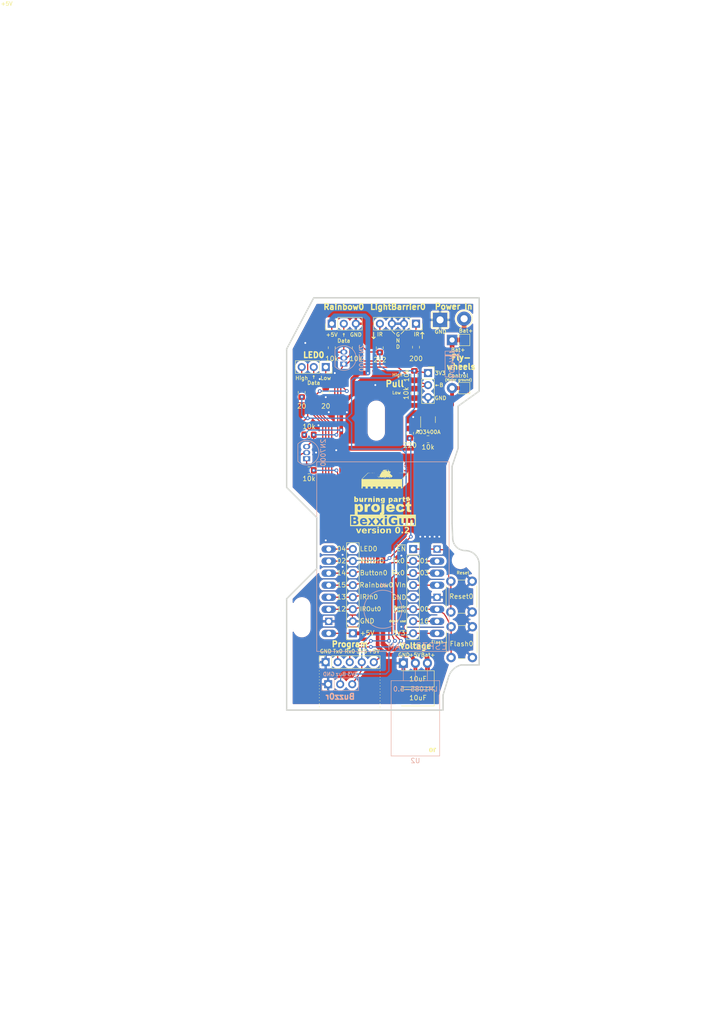
<source format=kicad_pcb>
(kicad_pcb (version 20221018) (generator pcbnew)
  (layers (0 "F.Cu" signal) (31 "B.Cu" signal) (34 "B.Paste" user) (35 "F.Paste" user) (36 "B.SilkS" user "B.Silkscreen") (37 "F.SilkS" user "F.Silkscreen") (38 "B.Mask" user) (39 "F.Mask" user) (44 "Edge.Cuts" user))
  (net 0 "")
  (net 1 "GND")
  (net 2 "3V3")
  (net 3 "+5V")
  (net 4 "LED0")
  (net 5 "U0Tx")
  (net 6 "U0Rx")
  (net 7 "Buzzor")
  (net 8 "~{EN}")
  (net 9 "DOut_3v3_0")
  (net 10 "Net-(Q0-D)")
  (net 11 "Net-(J2-Pin_4)")
  (net 12 "Net-(LED0-Pin_1)")
  (net 13 "Net-(LED0-Pin_3)")
  (net 14 "Bat+")
  (net 15 "GPIO_IROut_0")
  (net 16 "GPIO_IRIn_0")
  (net 17 "Net-(LightBarrier0-Pin_1)")
  (net 18 "Button0")
  (net 19 "Motor0")
  (net 20 "Net-(D2-A)")
  (net 21 "Net-(Q3-G)")
  (net 22 "unconnected-(J2-Pin_7-Pad7)")
  (net 23 "GPIO_IROut_3v3_0")
  (footprint "Resistor_SMD:R_0805_2012Metric_Pad1.20x1.40mm_HandSolder" (layer "F.Cu") (at 77.4352 72.12 90)
    (fp_text reference "R_IRIn_0" hide)
    (fp_text value "2k2")
  )
  (footprint "Resistor_SMD:R_0805_2012Metric_Pad1.20x1.40mm_HandSolder" (layer "F.Cu") (at 72.39 72.12 -90)
    (fp_text reference "R_Lvl_30" hide)
    (fp_text value "10k")
  )
  (footprint "Connector_PinSocket_2.54mm:PinSocket_1x03_P2.54mm_Vertical" (layer "F.Cu") (at 87.63 77.475)
    (fp_text reference "Button0" hide)
    (fp_text value "Conn_01x03_Socket")
  )
  (footprint "Resistor_SMD:R_0805_2012Metric_Pad1.20x1.40mm_HandSolder" (layer "F.Cu") (at 60.96 81.534 -90)
    (fp_text reference "R_Up_LED0" hide)
    (fp_text value "20")
  )
  (footprint "Capacitor_Tantalum_SMD:CP_EIA-6032-15_Kemet-U_Pad2.25x2.35mm_HandSolder" (layer "F.Cu") (at 85 142 180)
    (fp_text reference "C1" hide)
    (fp_text value "10uF")
  )
  (footprint "Button_Switch_THT:SW_PUSH_6mm_H4.3mm" (layer "F.Cu") (at 96.95 121.4 -90)
    (fp_text reference "Reset0")
    (fp_text value "SW_Push")
  )
  (footprint "TestPoint:TestPoint_THTPad_D3.0mm_Drill1.5mm" (layer "F.Cu") (at 95.25 66)
    (fp_text reference "TP_Bat+1" hide)
    (fp_text value "TestPoint" hide)
  )
  (footprint "Connector_PinSocket_2.54mm:PinSocket_1x03_P2.54mm_Vertical" (layer "F.Cu") (at 66.04 76.2 -90)
    (fp_text reference "LED0")
    (fp_text value "Conn_01x03_Socket" hide)
  )
  (footprint "Connector_PinSocket_2.54mm:PinSocket_1x08_P2.54mm_Vertical" (layer "F.Cu") (at 84.4804 114.6048)
    (fp_text reference "J2" hide)
    (fp_text value "Conn_01x08_Pin" hide)
  )
  (footprint "TestPoint:TestPoint_Pad_2.0x2.0mm" (layer "F.Cu") (at 95.25 80.645)
    (fp_text reference "Flywheels_Neg0" hide)
    (fp_text value "Conn_01x01" hide)
  )
  (footprint "Resistor_SMD:R_0805_2012Metric_Pad1.20x1.40mm_HandSolder" (layer "F.Cu") (at 84.75 78 -90)
    (fp_text reference "R_Up_But0" hide)
    (fp_text value "10k")
  )
  (footprint "Resistor_SMD:R_0805_2012Metric_Pad1.20x1.40mm_HandSolder" (layer "F.Cu") (at 62.5 90.5)
    (fp_text reference "R_Lvl_51" hide)
    (fp_text value "10k")
  )
  (footprint "TestPoint:TestPoint_Pad_2.0x2.0mm" (layer "F.Cu") (at 95.25 70.485)
    (fp_text reference "Flywheels_Pos0" hide)
    (fp_text value "Conn_01x01" hide)
  )
  (footprint "Connector_PinHeader_2.54mm:PinHeader_1x03_P2.54mm_Vertical" (layer "F.Cu") (at 67.31 67.056 90)
    (fp_text reference "Rainbow0")
    (fp_text value "Conn_01x03_Socket" hide)
  )
  (footprint "Resistor_SMD:R_0805_2012Metric_Pad1.20x1.40mm_HandSolder" (layer "F.Cu") (at 85.09 72.009 -90)
    (fp_text reference "R_IROut_0" hide)
    (fp_text value "200")
  )
  (footprint "Resistor_SMD:R_0805_2012Metric_Pad1.20x1.40mm_HandSolder" (layer "F.Cu") (at 62.5 98)
    (fp_text reference "R_Lvl_31" hide)
    (fp_text value "10k")
  )
  (footprint "MountingHole:MountingHole_3.2mm_M3" (layer "F.Cu") (at 94.5 117)
    (fp_text reference "H1" hide)
    (fp_text value "MountingHole" hide)
  )
  (footprint "PhilsLibs:MountingHole__Langloch_3.2mm_M3" (layer "F.Cu") (at 61 129)
    (fp_text reference "H2" hide)
    (fp_text value "MountingHole" hide)
  )
  (footprint "Resistor_SMD:R_0805_2012Metric_Pad1.20x1.40mm_HandSolder" (layer "F.Cu") (at 84.75 81.75 -90)
    (fp_text reference "R_Down_But0" hide)
    (fp_text value "10k")
  )
  (footprint "Package_TO_SOT_SMD:SOT-23" (layer "F.Cu") (at 87.63 87.2975 90)
    (fp_text reference "Q3" hide)
    (fp_text value "AO3400A")
  )
  (footprint "Connector_PinSocket_2.54mm:PinSocket_1x08_P2.54mm_Vertical" (layer "F.Cu") (at 71.755 132.3848 180)
    (fp_text reference "J1" hide)
    (fp_text value "Conn_01x08_Pin" hide)
  )
  (footprint "Resistor_SMD:R_0805_2012Metric_Pad1.20x1.40mm_HandSolder" (layer "F.Cu") (at 83.82 90.17 90)
    (fp_text reference "R_Filter_Motor0" hide)
    (fp_text value "220")
  )
  (footprint "Resistor_SMD:R_0805_2012Metric_Pad1.20x1.40mm_HandSolder" (layer "F.Cu") (at 67.31 72.12 -90)
    (fp_text reference "R_Lvl_50" hide)
    (fp_text value "10k")
  )
  (footprint "Resistor_SMD:R_0805_2012Metric_Pad1.20x1.40mm_HandSolder" (layer "F.Cu") (at 87.63 91.44)
    (fp_text reference "R_Down_Motor1" hide)
    (fp_text value "10k")
  )
  (footprint "Capacitor_Tantalum_SMD:CP_EIA-6032-15_Kemet-U_Pad2.25x2.35mm_HandSolder" (layer "F.Cu") (at 85 146 180)
    (fp_text reference "C2" hide)
    (fp_text value "10uF")
  )
  (footprint "Connector_PinSocket_2.54mm:PinSocket_1x04_P2.54mm_Vertical" (layer "F.Cu") (at 85.09 67.056 -90)
    (fp_text reference "LightBarrier0")
    (fp_text value "Conn_01x04_Socket" hide)
  )
  (footprint "PhilsLibs:BurningParts-Logo-Small" (layer "F.Cu") (at 78.105 100.965)
    (fp_text reference "G***" hide)
    (fp_text value "LOGO" hide)
  )
  (footprint "Button_Switch_THT:SW_PUSH_6mm_H4.3mm" (layer "F.Cu") (at 97 131 -90)
    (fp_text reference "Flash0")
    (fp_text value "SW_Push")
  )
  (footprint "Connector_PinSocket_2.54mm:PinSocket_1x05_P2.54mm_Vertical" (layer "F.Cu") (at 66.02 138.475 90)
    (fp_text reference "J_Prog0" hide)
    (fp_text value "Conn_01x05_Socket" hide)
  )
  (footprint "Resistor_SMD:R_0805_2012Metric_Pad1.20x1.40mm_HandSolder" (layer "F.Cu") (at 66.04 81.534 -90)
    (fp_text reference "R_Down_LED0" hide)
    (fp_text value "20")
  )
  (footprint "TestPoint:TestPoint_THTPad_3.0x3.0mm_Drill1.5mm" (layer "F.Cu") (at 90.17 66.25)
    (fp_text reference "TP_Bat-1" hide)
    (fp_text value "TestPoint" hide)
  )
  (footprint "PhilsLibs:MountingHole__Langloch_3.2mm_M3" (layer "F.Cu") (at 76.708 87.5)
    (fp_text reference "H3" hide)
    (fp_text value "MountingHole" hide)
  )
  (footprint "Package_TO_SOT_THT:TO-92_Inline" (layer "B.Cu") (at 62 95.54 90)
    (fp_text reference "Q2" hide)
    (fp_text value "2N7000")
  )
  (footprint "Diode_THT:D_DO-41_SOD81_P10.16mm_Horizontal" (layer "B.Cu") (at 92.71 70.485 -90)
    (fp_text reference "D2" hide)
    (fp_text value "1N4004")
  )
  (footprint "Package_TO_SOT_THT:TO-220-3_Horizontal_TabDown" (layer "B.Cu") (at 82.423 138.684)
    (fp_text reference "U2")
    (fp_text value "LM1085-5.0")
  )
  (footprint "Package_TO_SOT_THT:TO-92_Inline" (layer "B.Cu") (at 69.85 75.565 90)
    (fp_text reference "Q0" hide)
    (fp_text value "2N7000")
  )
  (footprint "PhilsLibs:ESP32-CAM" (layer "B.Cu") (at 78.105 122.2375 180)
    (fp_text reference "U1")
    (fp_text value "ESP32-CAM")
  )
  (footprint "Connector_PinSocket_2.54mm:PinSocket_1x03_P2.54mm_Vertical" (layer "B.Cu") (at 66.548 143.129 -90)
    (fp_text reference "J_Buzzor_0" hide)
    (fp_text value "Conn_01x03_Socket" hide)
  )
  (gr_line (start 77.51 148.565) (end 77.51 137.145) (stroke (width 0.15) (type dot)) (layer "F.SilkS"))
  (gr_line (start 81.915 69.215) (end 82.55 68.58) (stroke (width 0.15)) (layer "F.SilkS"))
  (gr_line (start 64.69 137.145) (end 64.69 148.565) (stroke (width 0.15) (type dot)) (layer "F.SilkS"))
  (gr_line (start 80.01 68.58) (end 80.645 69.215) (stroke (width 0.15)) (layer "F.SilkS"))
  (gr_line (start 98.425 139.065) (end 98.425 122.555) (stroke (width 0.3)) (layer "Edge.Cuts"))
  (gr_line (start 64.135 118.745) (end 57.785 125.1) (stroke (width 0.3)) (layer "Edge.Cuts"))
  (gr_line (start 93.98 84.455) (end 98.425 81.28) (stroke (width 0.3)) (layer "Edge.Cuts"))
  (gr_arc (start 95.504 114.935) (mid 97.569458 115.790541) (end 98.425 117.856) (stroke (width 0.3)) (layer "Edge.Cuts"))
  (gr_line (start 92.837 112.268) (end 92.71 109.22) (stroke (width 0.3)) (layer "Edge.Cuts"))
  (gr_line (start 93.98 93.345) (end 93.98 84.455) (stroke (width 0.3)) (layer "Edge.Cuts"))
  (gr_line (start 98.425 81.28) (end 98.425 61.595) (stroke (width 0.3)) (layer "Edge.Cuts"))
  (gr_line (start 63.5 61.595) (end 57.785 72.39) (stroke (width 0.3)) (layer "Edge.Cuts"))
  (gr_line (start 91.92381 141.732) (end 90.805 145.415) (stroke (width 0.3)) (layer "Edge.Cuts"))
  (gr_line (start 57.785 72.39) (end 57.785 81.28) (stroke (width 0.3)) (layer "Edge.Cuts"))
  (gr_line (start 95.885 139.065) (end 94.59081 139.065) (stroke (width 0.3)) (layer "Edge.Cuts"))
  (gr_line (start 98.425 61.595) (end 63.5 61.595) (stroke (width 0.3)) (layer "Edge.Cuts"))
  (gr_line (start 92.71 109.22) (end 92.71 106.68) (stroke (width 0.3)) (layer "Edge.Cuts"))
  (gr_line (start 92.71 99.695) (end 92.71 106.68) (stroke (width 0.3)) (layer "Edge.Cuts"))
  (gr_line (start 92.71 99.695) (end 92.71 97.155) (stroke (width 0.3)) (layer "Edge.Cuts"))
  (gr_line (start 95.885 139.065) (end 98.425 139.065) (stroke (width 0.3)) (layer "Edge.Cuts"))
  (gr_line (start 57.785 101.6) (end 64.135 107.95) (stroke (width 0.3)) (layer "Edge.Cuts"))
  (gr_line (start 98.425 122.555) (end 98.425 117.856) (stroke (width 0.3)) (layer "Edge.Cuts"))
  (gr_line (start 90.805 146.05) (end 90.805 148.59) (stroke (width 0.3)) (layer "Edge.Cuts"))
  (gr_arc (start 91.92381 141.732) (mid 92.9 140.04119) (end 94.59081 139.065) (stroke (width 0.3)) (layer "Edge.Cuts"))
  (gr_line (start 64.135 107.95) (end 64.135 118.745) (stroke (width 0.3)) (layer "Edge.Cuts"))
  (gr_arc (start 95.504 114.935) (mid 93.618147 114.153854) (end 92.837 112.268) (stroke (width 0.3)) (layer "Edge.Cuts"))
  (gr_line (start 90.805 145.415) (end 90.805 146.05) (stroke (width 0.3)) (layer "Edge.Cuts"))
  (gr_line (start 57.785 148.59) (end 90.805 148.59) (stroke (width 0.3)) (layer "Edge.Cuts"))
  (gr_line (start 57.785 125.1) (end 57.785 148.59) (stroke (width 0.3)) (layer "Edge.Cuts"))
  (gr_line (start 92.71 97.155) (end 93.98 93.345) (stroke (width 0.3)) (layer "Edge.Cuts"))
  (gr_line (start 57.785 81.28) (end 57.785 101.6) (stroke (width 0.3)) (layer "Edge.Cuts"))
  (gr_text "Buz" (at 69.215 141.478) (layer "B.SilkS") (effects (font (size 0.8 0.8)) (justify bottom mirror)))
  (gr_text "GND" (at 66.675 141.478) (layer "B.SilkS") (effects (font (size 0.8 0.8)) (justify bottom mirror)))
  (gr_text "3V3" (at 71.755 141.478) (layer "B.SilkS") (effects (font (size 0.8 0.8)) (justify bottom mirror)))
  (gr_text "Buzz0r" (at 69.088 145.034) (layer "B.SilkS") (effects (font (size 1.2 1.2) (thickness 0.3) bold) (justify top mirror)))
  (gr_text "Motor0" (at 73.152 117.094) (layer "F.SilkS") (effects (font (size 1 1)) (justify left)))
  (gr_text "GND" (at 83.1504 124.7948) (layer "F.SilkS") (effects (font (size 1 1)) (justify right)))
  (gr_text "GND" (at 88.96 82.75) (layer "F.SilkS") (effects (font (size 0.8 0.8)) (justify left)))
  (gr_text "Low" (at 80 82) (layer "F.SilkS") (effects (font (size 0.65 0.65) (thickness 0.125) bold) (justify left bottom)))
  (gr_text "+5V" (at 0 0) (layer "F.SilkS") (effects (font (size 0.8 0.8)) (justify right bottom)))
  (gr_text "~{EN}" (at 83.058 114.554) (layer "F.SilkS") (effects (font (size 1 1)) (justify right)))
  (gr_text "Flash→" (at 91.8 134.25) (layer "F.SilkS") (effects (font (size 0.65 0.65) (thickness 0.125) bold) (justify right)))
  (gr_text "16" (at 86.868 129.794) (layer "F.SilkS") (effects (font (size 1 1))))
  (gr_text "Tx0" (at 82.804 117.094) (layer "F.SilkS") (effects (font (size 1 1)) (justify right)))
  (gr_text "↓" (at 76.14 68.386) (layer "F.SilkS") (effects (font (size 1.75 1.75) (thickness 0.2) bold) (justify top)))
  (gr_text "↑\nData" (at 63.5 80.01) (layer "F.SilkS") (effects (font (size 0.8 0.8)) (justify bottom)))
  (gr_text "GND" (at 90.25 69.215) (layer "F.SilkS") (effects (font (size 0.8 0.8)) (justify bottom)))
  (gr_text "G\nN\nD" (at 81.28 72.39) (layer "F.SilkS") (effects (font (size 0.8 0.8)) (justify bottom)))
  (gr_text "↑" (at 86.42 68.386) (layer "F.SilkS") (effects (font (size 1.75 1.75) (thickness 0.2) bold) (justify top)))
  (gr_text "IRIn0" (at 73.152 124.714) (layer "F.SilkS") (effects (font (size 1 1)) (justify left)))
  (gr_text "Tx0" (at 68.58 136.652) (layer "F.SilkS") (effects (font (size 0.8 0.8)) (justify bottom)))
  (gr_text "Button0" (at 73.152 119.634) (layer "F.SilkS") (effects (font (size 1 1)) (justify left)))
  (gr_text "04" (at 69.342 114.554) (layer "F.SilkS") (effects (font (size 1 1))))
  (gr_text "15" (at 69.342 122.174) (layer "F.SilkS") (effects (font (size 1 1))))
  (gr_text "GND" (at 72.39 69.85) (layer "F.SilkS") (effects (font (size 0.8 0.8)) (justify bottom)))
  (gr_text "14" (at 69.342 119.634) (layer "F.SilkS") (effects (font (size 1 1))))
  (gr_text "3V3" (at 89 77.475) (layer "F.SilkS") (effects (font (size 0.8 0.8)) (justify left)))
  (gr_text "Control" (at 93.98 78.486) (layer "F.SilkS") (effects (font (size 0.8 0.8)) (justify bottom)))
  (gr_text "Bat+" (at 87.63 137.414) (layer "F.SilkS") (effects (font (size 0.8 0.8)) (justify bottom)))
  (gr_text "LED0" (at 73.152 114.554) (layer "F.SilkS") (effects (font (size 1 1)) (justify left)))
  (gr_text "01" (at 86.868 117.094) (layer "F.SilkS") (effects (font (size 1 1))))
  (gr_text "VIn" (at 83.058 122.174) (layer "F.SilkS") (effects (font (size 1 1)) (justify right)))
  (gr_text "←B" (at 88.96 80) (layer "F.SilkS") (effects (font (size 0.8 0.8)) (justify left)))
  (gr_text "Rx0" (at 71.12 136.652) (layer "F.SilkS") (effects (font (size 0.8 0.8)) (justify bottom)))
  (gr_text "GND" (at 66.04 136.652) (layer "F.SilkS") (effects (font (size 0.8 0.8)) (justify bottom)))
  (gr_text "GND" (at 73.152 129.794) (layer "F.SilkS") (effects (font (size 1 1)) (justify left)))
  (gr_text "00" (at 86.868 127.254) (layer "F.SilkS") (effects (font (size 1 1))))
  (gr_text "Voltage" (at 85 135.75) (layer "F.SilkS") (effects (font (size 1.2 1.2) (thickness 0.3) bold) (justify bottom)))
  (gr_text "Program" (at 71.12 135.382) (layer "F.SilkS") (effects (font (size 1.2 1.2) (thickness 0.3) bold) (justify bottom)))
  (gr_text "12" (at 69.342 127.254) (layer "F.SilkS") (effects (font (size 1 1))))
  (gr_text "Bat+" (at 94.05 69) (layer "F.SilkS") (effects (font (size 0.8 0.8)) (justify left bottom)))
  (gr_text "+5V" (at 73.152 132.334) (layer "F.SilkS") (effects (font (size 1 1)) (justify left)))
  (gr_text "don't use" (at 83.058 129.794) (layer "F.SilkS") (effects (font (size 0.5 0.5) (thickness 0.125)) (justify right)))
  (gr_text "Fly-\nwheels" (at 94.615 76.835) (layer "F.SilkS") (effects (font (size 1.2 1.2) (thickness 0.3) bold) (justify bottom)))
  (gr_text "+5V" (at 67.31 69.85) (layer "F.SilkS") (effects (font (size 0.8 0.8)) (justify bottom)))
  (gr_text "+5V" (at 84.836 137.414) (layer "F.SilkS") (effects (font (size 0.8 0.8)) (justify bottom)))
  (gr_text "or" (at 87.63 157.48) (layer "F.SilkS") (effects (font (size 1 1) (thickness 0.25) bold) (justify left bottom)))
  (gr_text "GND" (at 82.55 137.414) (layer "F.SilkS") (effects (font (size 0.8 0.8)) (justify bottom)))
  (gr_text "Low" (at 66.04 78.994) (layer "F.SilkS") (effects (font (size 0.8 0.8)) (justify bottom)))
  (gr_text "IROut0" (at 73.152 127.254) (layer "F.SilkS") (effects (font (size 0.9 0.9)) (justify left)))
  (gr_text "(Motor ground)" (at 94.05 79.191) (layer "F.SilkS") (effects (font (size 0.5 0.5) (thickness 0.125)) (justify bottom)))
  (gr_text "Rainbow0" (at 73.085 122.1948) (layer "F.SilkS") (effects (font (size 1 1)) (justify left)))
  (gr_text "Bat+" (at 93.98 73.025) (layer "F.SilkS") (effects (font (size 0.8 0.8)) (justify bottom)))
  (gr_text "Rx0" (at 82.804 119.634) (layer "F.SilkS") (effects (font (size 1 1)) (justify right)))
  (gr_text "BexxiGun" (at 78.105 109.855) (layer "F.SilkS" knockout) (effects (font (size 1.87 1.87) (thickness 0.3) bold) (justify bottom)))
  (gr_text "version 0.2\n" (at 78.1 109.982) (layer "F.SilkS") (effects (font (size 1.3 1.3) (thickness 0.15) bold) (justify top)))
  (gr_text "03" (at 86.868 119.634) (layer "F.SilkS") (effects (font (size 1 1))))
  (gr_text "IR" (at 85.217 68.834) (layer "F.SilkS") (effects (font (size 0.8 0.8)) (justify top)))
  (gr_text "3V3" (at 73.66 136.652) (layer "F.SilkS") (effects (font (size 0.8 0.8)) (justify bottom)))
  (gr_text "02" (at 69.342 117.094) (layer "F.SilkS") (effects (font (size 1 1))))
  (gr_text "High" (at 80 78.25) (layer "F.SilkS") (effects (font (size 0.65 0.65) (thickness 0.125) bold) (justify left bottom)))
  (gr_text "High" (at 60.96 78.994) (layer "F.SilkS") (effects (font (size 0.8 0.8)) (justify bottom)))
  (gr_text "13" (at 69.342 124.714) (layer "F.SilkS") (effects (font (size 1 1))))
  (gr_text "Pull" (at 78.5 80.5) (layer "F.SilkS") (effects (font (size 1.3 1.3) (thickness 0.3) bold) (justify left bottom)))
  (gr_text "Reset" (at 95 120) (layer "F.SilkS") (effects (font (size 0.65 0.65) (thickness 0.125) bold) (justify bottom)))
  (gr_text "IR" (at 77.47 68.834) (layer "F.SilkS") (effects (font (size 0.8 0.8)) (justify top)))
  (gr_text "3V3" (at 82.931 132.334) (layer "F.SilkS") (effects (font (size 1 1)) (justify right)))
  (gr_text "Power In" (at 88.9 64.135) (layer "F.SilkS") (effects (font (size 1.2 1.2) (thickness 0.3) bold) (justify left bottom)))
  (gr_text "+5V" (at 76.2 136.652) (layer "F.SilkS") (effects (font (size 0.8 0.8)) (justify bottom)))
  (gr_text "↑\nData" (at 69.85 71.12) (layer "F.SilkS") (effects (font (size 0.8 0.8)) (justify bottom)))
  (gr_text "Buzz0r\n(Flash)" (at 83.058 127.254) (layer "F.SilkS") (effects (font (size 0.5 0.5) (thickness 0.125)) (justify right)))
  (segment (start 83.3 131.1) (end 90.9 131.1) (width 0.25) (layer "F.Cu") (net 0))
  (segment (start 83 128.5) (end 89.5 128.5) (width 0.25) (layer "F.Cu") (net 0))
  (segment (start 83.2 131.1) (end 90.9 131.1) (width 0.25) (layer "B.Cu") (net 0))
  (segment (start 69.596 118.364) (end 65.532 118.364) (width 0.25) (layer "F.Cu") (net 1))
  (segment (start 82.45 142) (end 82.45 146) (width 0.8) (layer "F.Cu") (net 1))
  (segment (start 69.215 111.125) (end 74.93 111.125) (width 0.25) (layer "F.Cu") (net 1))
  (segment (start 90 121) (end 91 121) (width 0.25) (layer "F.Cu") (net 1))
  (segment (start 75.565 111.76) (end 75.565 126.365) (width 0.25) (layer "F.Cu") (net 1))
  (segment (start 82.423 138.684) (end 82.45 146) (width 0.25) (layer "F.Cu") (net 1))
  (segment (start 69.596 118.364) (end 72.644 118.364) (width 0.25) (layer "F.Cu") (net 1))
  (segment (start 83.6 118.4) (end 91 118.4) (width 0.25) (layer "F.Cu") (net 1))
  (segment (start 69.596 128.524) (end 71.628 128.524) (width 0.25) (layer "F.Cu") (net 1))
  (segment (start 67.945 109.855) (end 67.95 98.85) (width 0.25) (layer "F.Cu") (net 1))
  (segment (start 86.868 124.770799) (end 84.4804 124.7648) (width 0.25) (layer "F.Cu") (net 1))
  (segment (start 91.2 115.9) (end 83.5 115.9) (width 0.25) (layer "F.Cu") (net 1))
  (segment (start 69.596 123.444) (end 72.644 123.444) (width 0.25) (layer "F.Cu") (net 1))
  (segment (start 83 121) (end 90 121) (width 0.25) (layer "F.Cu") (net 1))
  (segment (start 73.025 126.365) (end 72.644 125.984) (width 0.25) (layer "F.Cu") (net 1))
  (segment (start 84.75 82.75) (end 87.63 82.555) (width 0.25) (layer "F.Cu") (net 1))
  (segment (start 66.04 82.534) (end 66.04 82.55) (width 0.25) (layer "F.Cu") (net 1))
  (segment (start 66.675 129.8575) (end 71.755 129.8448) (width 0.25) (layer "F.Cu") (net 1))
  (segment (start 89.535 124.7775) (end 86.868 124.770799) (width 0.25) (layer "F.Cu") (net 1))
  (segment (start 69.596 131.064) (end 73.152 131.064) (width 0.25) (layer "F.Cu") (net 1))
  (segment (start 64.516 123.444) (end 69.596 123.444) (width 0.25) (layer "F.Cu") (net 1))
  (segment (start 71.755 129.8448) (end 71.628 128.524) (width 0.25) (layer "F.Cu") (net 1))
  (segment (start 67.945 109.855) (end 69.215 111.125) (width 0.25) (layer "F.Cu") (net 1))
  (segment (start 71.628 128.524) (end 72.644 128.524) (width 0.25) (layer "F.Cu") (net 1))
  (segment (start 65.532 115.824) (end 72.644 115.824) (width 0.25) (layer "F.Cu") (net 1))
  (segment (start 64.516 131.064) (end 69.596 131.064) (width 0.25) (layer "F.Cu") (net 1))
  (segment (start 83.3 126) (end 90.9 126) (width 0.25) (layer "F.Cu") (net 1))
  (segment (start 75.565 126.365) (end 73.025 126.365) (width 0.25) (layer "F.Cu") (net 1))
  (segment (start 83.82 123.444) (end 83.312 123.444) (width 0.25) (layer "F.Cu") (net 1))
  (segment (start 64.516 128.524) (end 69.596 128.524) (width 0.25) (layer "F.Cu") (net 1))
  (segment (start 82.423 138.684) (end 82.45 142) (width 0.8) (layer "F.Cu") (net 1))
  (segment (start 64.516 120.904) (end 72.644 120.904) (width 0.25) (layer "F.Cu") (net 1))
  (segment (start 86.868 123.444) (end 83.82 123.444) (width 0.25) (layer "F.Cu") (net 1))
  (segment (start 72.644 125.984) (end 64.516 125.984) (width 0.25) (layer "F.Cu") (net 1))
  (segment (start 74.93 111.125) (end 75.565 111.76) (width 0.25) (layer "F.Cu") (net 1))
  (via (at 61.722 71.12) (size 0.8) (drill 0.4) (layers "F.Cu" "B.Cu") (net 1))
  (via (at 66.675 85.725) (size 0.8) (drill 0.4) (layers "F.Cu" "B.Cu") (net 1))
  (via (at 66.04 112.776) (size 0.8) (drill 0.4) (layers "F.Cu" "B.Cu") (net 1))
  (via (at 88 112) (size 0.8) (drill 0.4) (layers "F.Cu" "B.Cu") (net 1))
  (via (at 82 116) (size 0.8) (drill 0.4) (layers "F.Cu" "B.Cu") (net 1))
  (via (at 70.5 85.725) (size 0.8) (drill 0.4) (layers "F.Cu" "B.Cu") (net 1))
  (via (at 64.77 78.74) (size 0.8) (drill 0.4) (layers "F.Cu" "B.Cu") (net 1))
  (via (at 68.25 93.75) (size 0.8) (drill 0.4) (layers "F.Cu" "B.Cu") (net 1))
  (via (at 89 112) (size 0.8) (drill 0.4) (layers "F.Cu" "B.Cu") (net 1))
  (via (at 69.596 115.824) (size 0.8) (drill 0.4) (layers "F.Cu" "B.Cu") (net 1))
  (via (at 64.5 88.5) (size 0.8) (drill 0.4) (layers "F.Cu" "B.Cu") (net 1))
  (via (at 90 112) (size 0.8) (drill 0.4) (layers "F.Cu" "B.Cu") (net 1))
  (via (at 85.598 89.662) (size 0.8) (drill 0.4) (layers "F.Cu" "B.Cu") (net 1))
  (via (at 87 112) (size 0.8) (drill 0.4) (layers "F.Cu" "B.Cu") (net 1))
  (via (at 76.5 80) (size 0.8) (drill 0.4) (layers "F.Cu" "B.Cu") (net 1))
  (via (at 66.04 82.55) (size 0.8) (drill 0.4) (layers "F.Cu" "B.Cu") (net 1))
  (via (at 64 94.25) (size 0.8) (drill 0.4) (layers "F.Cu" "B.Cu") (net 1))
  (via (at 67.945 77.47) (size 0.8) (drill 0.4) (layers "F.Cu" "B.Cu") (net 1))
  (via (at 84.5 86.75) (size 0.8) (drill 0.4) (layers "F.Cu" "B.Cu") (net 1))
  (via (at 69.596 118.364) (size 0.8) (drill 0.4) (layers "F.Cu" "B.Cu") (net 1))
  (via (at 95.25 77.47) (size 0.8) (drill 0.4) (layers "F.Cu" "B.Cu") (net 1))
  (via (at 86 112) (size 0.8) (drill 0.4) (layers "F.Cu" "B.Cu") (net 1))
  (via (at 82 131) (size 0.8) (drill 0.4) (layers "F.Cu" "B.Cu") (net 1))
  (segment (start 69.596 115.824) (end 65.532 115.824) (width 0.25) (layer "B.Cu") (net 1))
  (segment (start 69.596 128.524) (end 64.516 128.524) (width 0.25) (layer "B.Cu") (net 1))
  (segment (start 86.868 123.444) (end 83.312 123.444) (width 0.25) (layer "B.Cu") (net 1))
  (segment (start 83.5 126) (end 90.9 126) (width 0.25) (layer "B.Cu") (net 1))
  (segment (start 83.5 115.9) (end 91 115.9) (width 0.25) (layer "B.Cu") (net 1))
  (segment (start 66.04 82.55) (end 66.675 85.725) (width 0.25) (layer "B.Cu") (net 1))
  (segment (start 69.596 123.444) (end 64.516 123.444) (width 0.25) (layer "B.Cu") (net 1))
  (segment (start 66.04 120.904) (end 72.644 120.904) (width 0.25) (layer "B.Cu") (net 1))
  (segment (start 72.644 115.824) (end 69.596 115.824) (width 0.25) (layer "B.Cu") (net 1))
  (segment (start 69.596 125.984) (end 64.516 125.984) (width 0.25) (layer "B.Cu") (net 1))
  (segment (start 83.4 118.4) (end 91 118.4) (width 0.25) (layer "B.Cu") (net 1))
  (segment (start 66.04 120.904) (end 64.516 120.904) (width 0.25) (layer "B.Cu") (net 1))
  (segment (start 69.596 125.984) (end 72.644 125.984) (width 0.25) (layer "B.Cu") (net 1))
  (segment (start 65.532 118.364) (end 69.596 118.364) (width 0.25) (layer "B.Cu") (net 1))
  (segment (start 90 121) (end 91 121) (width 0.25) (layer "B.Cu") (net 1))
  (segment (start 72.644 118.364) (end 69.596 118.364) (width 0.25) (layer "B.Cu") (net 1))
  (segment (start 85 121) (end 90 121) (width 0.25) (layer "B.Cu") (net 1))
  (segment (start 69.596 131.064) (end 64.516 131.064) (width 0.25) (layer "B.Cu") (net 1))
  (segment (start 84 128.5) (end 83 128.5) (width 0.25) (layer "B.Cu") (net 1))
  (segment (start 66.675 85.725) (end 70.5 85.725) (width 0.25) (layer "B.Cu") (net 1))
  (segment (start 69.596 123.444) (end 72.644 123.444) (width 0.25) (layer "B.Cu") (net 1))
  (segment (start 85 121) (end 83 121) (width 0.25) (layer "B.Cu") (net 1))
  (segment (start 84 128.5) (end 89.5 128.5) (width 0.25) (layer "B.Cu") (net 1))
  (segment (start 73.66 71.755) (end 72.39 71.12) (width 0.25) (layer "F.Cu") (net 2))
  (segment (start 70.485 74.295) (end 71.12 73.66) (width 0.25) (layer "F.Cu") (net 2))
  (segment (start 71.12 73.66) (end 71.12 71.755) (width 0.25) (layer "F.Cu") (net 2))
  (segment (start 71.12 71.755) (end 72.39 71.12) (width 0.25) (layer "F.Cu") (net 2))
  (segment (start 61 94.5) (end 62 94.27) (width 0.25) (layer "F.Cu") (net 2))
  (segment (start 61.5 98) (end 60.5 97) (width 0.25) (layer "F.Cu") (net 2))
  (segment (start 62.23 74.93) (end 62.738 74.295) (width 0.25) (layer "F.Cu") (net 2))
  (segment (start 84.75 77) (end 85 77) (width 0.25) (layer "F.Cu") (net 2))
  (segment (start 62.23 74.93) (end 62.23 86.995) (width 0.25) (layer "F.Cu") (net 2))
  (segment (start 60.5 95) (end 60.5 88) (width 0.25) (layer "F.Cu") (net 2))
  (segment (start 69.85 74.295) (end 62.738 74.295) (width 0.25) (layer "F.Cu") (net 2))
  (segment (start 74.93 73.025) (end 73.66 71.755) (width 0.25) (layer "F.Cu") (net 2))
  (segment (start 73.65 140.15) (end 71.628 143.129) (width 0.25) (layer "F.Cu") (net 2))
  (segment (start 77.4352 73.12) (end 76.835 73.025) (width 0.25) (layer "F.Cu") (net 2))
  (segment (start 60.5 95) (end 61 94.5) (width 0.25) (layer "F.Cu") (net 2))
  (segment (start 60.5 97) (end 60.5 95) (width 0.25) (layer "F.Cu") (net 2))
  (segment (start 69.85 74.295) (end 70.485 74.295) (width 0.25) (layer "F.Cu") (net 2))
  (segment (start 84.75 77) (end 87.63 77.475) (width 0.25) (layer "F.Cu") (net 2))
  (segment (start 60.5 88) (end 62.23 86.995) (width 0.25) (layer "F.Cu") (net 2))
  (segment (start 76.835 73.025) (end 74.93 73.025) (width 0.25) (layer "F.Cu") (net 2))
  (segment (start 73.64 138.475) (end 73.65 140.15) (width 0.25) (layer "F.Cu") (net 2))
  (segment (start 89.535 132.3975) (end 84.4804 132.3848) (width 0.25) (layer "F.Cu") (net 2))
  (via (at 77.4352 73.12) (size 0.8) (drill 0.4) (layers "F.Cu" "B.Cu") (net 2))
  (via (at 61 82.5) (size 0.8) (drill 0.4) (layers "F.Cu" "B.Cu") (net 2))
  (via (at 62.23 86.995) (size 0.8) (drill 0.4) (layers "F.Cu" "B.Cu") (net 2))
  (via (at 84.75 77) (size 0.8) (drill 0.4) (layers "F.Cu" "B.Cu") (net 2))
  (segment (start 79 77) (end 82 77) (width 0.25) (layer "B.Cu") (net 2))
  (segment (start 77.5 76) (end 79 77) (width 0.25) (layer "B.Cu") (net 2))
  (segment (start 72 78.5) (end 79 78.5) (width 0.25) (layer "B.Cu") (net 2))
  (segment (start 77.47 75.692) (end 77.5 76) (width 0.25) (layer "B.Cu") (net 2))
  (segment (start 71.5 88) (end 71.5 93.5) (width 0.25) (layer "B.Cu") (net 2))
  (segment (start 83 111.5) (end 80.5 114) (width 0.25) (layer "B.Cu") (net 2))
  (segment (start 80.5 114) (end 80.5 132.715) (width 0.25) (layer "B.Cu") (net 2))
  (segment (start 80.5 132.715) (end 83.185 132.715) (width 0.25) (layer "B.Cu") (net 2))
  (segment (start 83 93) (end 83 94) (width 0.25) (layer "B.Cu") (net 2))
  (segment (start 71.5 93.5) (end 82 93.5) (width 0.25) (layer "B.Cu") (net 2))
  (segment (start 71.5 84) (end 71.5 82) (width 0.25) (layer "B.Cu") (net 2))
  (segment (start 71.5 82) (end 71.5 80) (width 0.25) (layer "B.Cu") (net 2))
  (segment (start 79 132.715) (end 80.5 132.715) (width 0.25) (layer "B.Cu") (net 2))
  (segment (start 77.47 75.692) (end 77.47 74.295) (width 0.25) (layer "B.Cu") (net 2))
  (segment (start 60.96 86.36) (end 61 82.5) (width 0.25) (layer "B.Cu") (net 2))
  (segment (start 82 77) (end 84.75 77) (width 0.25) (layer "B.Cu") (net 2))
  (segment (start 82 93.5) (end 83 94.5) (width 0.25) (layer "B.Cu") (net 2))
  (segment (start 83 86.75) (end 84.75 85) (width 0.25) (layer "B.Cu") (net 2))
  (segment (start 79 78.5) (end 80 78.5) (width 0.25) (layer "B.Cu") (net 2))
  (segment (start 83 94) (end 83 94.5) (width 0.25) (layer "B.Cu") (net 2))
  (segment (start 73.66 134.62) (end 75.565 132.715) (width 0.25) (layer "B.Cu") (net 2))
  (segment (start 71 86.5) (end 71.5 86) (width 0.25) (layer "B.Cu") (net 2))
  (segment (start 71.5 86) (end 71.5 84) (width 0.25) (layer "B.Cu") (net 2))
  (segment (start 83 94.5) (end 83 111.5) (width 0.25) (layer "B.Cu") (net 2))
  (segment (start 78.105 132.715) (end 79 132.715) (width 0.25) (layer "B.Cu") (net 2))
  (segment (start 61 82.5) (end 60.96 82.55) (width 0.25) (layer "B.Cu") (net 2))
  (segment (start 81 78) (end 82 77) (width 0.25) (layer "B.Cu") (net 2))
  (segment (start 62.23 86.995) (end 70.5 87) (width 0.25) (layer "B.Cu") (net 2))
  (segment (start 75.565 132.715) (end 78.105 132.715) (width 0.25) (layer "B.Cu") (net 2))
  (segment (start 70.5 87) (end 71.5 88) (width 0.25) (layer "B.Cu") (net 2))
  (segment (start 61.722 86.995) (end 60.96 86.36) (width 0.25) (layer "B.Cu") (net 2))
  (segment (start 71.5 79) (end 72 78.5) (width 0.25) (layer "B.Cu") (net 2))
  (segment (start 71.5 80) (end 71.5 79) (width 0.25) (layer "B.Cu") (net 2))
  (segment (start 80 78.5) (end 81 78) (width 0.25) (layer "B.Cu") (net 2))
  (segment (start 62.23 86.995) (end 61.722 86.995) (width 0.25) (layer "B.Cu") (net 2))
  (segment (start 83 93) (end 83 86.75) (width 0.25) (layer "B.Cu") (net 2))
  (segment (start 83.185 132.715) (end 84.4804 132.3848) (width 0.25) (layer "B.Cu") (net 2))
  (segment (start 84.75 77) (end 84.75 85) (width 0.25) (layer "B.Cu") (net 2))
  (segment (start 73.64 138.475) (end 73.66 134.62) (width 0.25) (layer "B.Cu") (net 2))
  (segment (start 82 93.5) (end 83 93) (width 0.25) (layer "B.Cu") (net 2))
  (segment (start 77.47 74.295) (end 77.4352 73.12) (width 0.25) (layer "B.Cu") (net 2))
  (segment (start 70.5 87) (end 71 86.5) (width 0.25) (layer "B.Cu") (net 2))
  (segment (start 86 146) (end 87.55 146) (width 0.8) (layer "F.Cu") (net 3))
  (segment (start 84.963 138.684) (end 85 145) (width 0.8) (layer "F.Cu") (net 3))
  (segment (start 66.675 132.3975) (end 71.755 132.3848) (width 0.25) (layer "F.Cu") (net 3))
  (segment (start 72.39 132.08) (end 71.755 132.3848) (width 0.25) (layer "F.Cu") (net 3))
  (segment (start 76.835 110.49) (end 76.2 109.728) (width 0.8) (layer "F.Cu") (net 3))
  (segment (start 78.9 136.9) (end 81.4 136.9) (width 0.8) (layer "F.Cu") (net 3))
  (segment (start 69.305 109.22) (end 69.305 90.5) (width 0.8) (layer "F.Cu") (net 3))
  (segment (start 84.074 136.906) (end 81.4 136.9) (width 0.8) (layer "F.Cu") (net 3))
  (segment (start 77.005 110.744) (end 76.835 110.49) (width 0.8) (layer "F.Cu") (net 3))
  (segment (start 69.305 89.5) (end 69.305 84.328) (width 0.8) (layer "F.Cu") (net 3))
  (segment (start 69.305 84.328) (end 71.755 81.915) (width 0.8) (layer "F.Cu") (net 3))
  (segment (start 77.005 132.3848) (end 77.005 110.744) (width 0.8) (layer "F.Cu") (net 3))
  (segment (start 71.755 132.3848) (end 77.005 132.3848) (width 0.8) (layer "F.Cu") (net 3))
  (segment (start 77.5 137.5) (end 78.9 136.9) (width 0.25) (layer "F.Cu") (net 3))
  (segment (start 77 135.2) (end 78.9 136.9) (width 0.8) (layer "F.Cu") (net 3))
  (segment (start 71.755 78.74) (end 71.755 81.915) (width 1) (layer "F.Cu") (net 3))
  (segment (start 84.074 136.906) (end 84.963 138.684) (width 0.8) (layer "F.Cu") (net 3))
  (segment (start 67.31 71.12) (end 67.31 67.056) (width 0.25) (layer "F.Cu") (net 3))
  (segment (start 77.005 134.62) (end 77 135.2) (width 0.8) (layer "F.Cu") (net 3))
  (segment (start 76.2 109.728) (end 69.596 109.728) (width 0.8) (layer "F.Cu") (net 3))
  (segment (start 76.18 138.475) (end 77.5 137.5) (width 0.25) (layer "F.Cu") (net 3))
  (segment (start 69.305 90.5) (end 69.305 89.5) (width 0.8) (layer "F.Cu") (net 3))
  (segment (start 73.025 77.47) (end 71.755 78.74) (width 1) (layer "F.Cu") (net 3))
  (segment (start 85 145) (end 86 146) (width 0.8) (layer "F.Cu") (net 3))
  (segment (start 69.596 109.728) (end 69.305 109.22) (width 0.8) (layer "F.Cu") (net 3))
  (segment (start 77.005 132.3848) (end 77.005 134.62) (width 0.8) (layer "F.Cu") (net 3))
  (segment (start 73.025 77.47) (end 74.93 77.47) (width 1) (layer "F.Cu") (net 3))
  (via (at 61.5 90.5) (size 0.8) (drill 0.4) (layers "F.Cu" "B.Cu") (net 3))
  (via (at 69.305 89.5) (size 0.8) (drill 0.4) (layers "F.Cu" "B.Cu") (net 3))
  (via (at 74.93 77.47) (size 0.8) (drill 0.4) (layers "F.Cu" "B.Cu") (net 3))
  (segment (start 74.93 66.04) (end 74.295 65.405) (width 1) (layer "B.Cu") (net 3))
  (segment (start 62.5 89.5) (end 69.305 89.5) (width 0.25) (layer "B.Cu") (net 3))
  (segment (start 74.295 65.405) (end 67.945 65.405) (width 1) (layer "B.Cu") (net 3))
  (segment (start 61.5 90.5) (end 62.5 89.5) (width 0.25) (layer "B.Cu") (net 3))
  (segment (start 67.945 65.405) (end 67.31 66.04) (width 1) (layer "B.Cu") (net 3))
  (segment (start 74.93 77.47) (end 74.93 66.04) (width 1) (layer "B.Cu") (net 3))
  (segment (start 67.31 66.04) (end 67.31 67.056) (width 1) (layer "B.Cu") (net 3))
  (segment (start 69.85 114.609563) (end 69.85 114.3) (width 0.25) (layer "F.Cu") (net 4))
  (segment (start 66.675 114.6175) (end 69.85 114.609563) (width 0.25) (layer "F.Cu") (net 4))
  (segment (start 65.405 88.265) (end 63.5 86.36) (width 0.25) (layer "F.Cu") (net 4))
  (segment (start 63.5 86.36) (end 63.5 76.2) (width 0.25) (layer "F.Cu") (net 4))
  (segment (start 65.405 109.855) (end 65.405 88.265) (width 0.25) (layer "F.Cu") (net 4))
  (segment (start 69.85 114.3) (end 65.405 109.855) (width 0.25) (layer "F.Cu") (net 4))
  (segment (start 69.85 114.609563) (end 71.755 114.6048) (width 0.25) (layer "F.Cu") (net 4))
  (segment (start 84.4804 117.1448) (end 83.82 117.475) (width 0.25) (layer "F.Cu") (net 5))
  (segment (start 79.375 118.11) (end 79.375 129.54) (width 0.25) (layer "F.Cu") (net 5))
  (segment (start 69.215 134.62) (end 68.58 135.255) (width 0.25) (layer "F.Cu") (net 5))
  (segment (start 89.535 117.1575) (end 84.4804 117.1448) (width 0.25) (layer "F.Cu") (net 5))
  (segment (start 75.565 133.985) (end 74.93 134.62) (width 0.25) (layer "F.Cu") (net 5))
  (segment (start 83.82 117.475) (end 80.01 117.475) (width 0.25) (layer "F.Cu") (net 5))
  (segment (start 80.01 117.475) (end 79.375 118.11) (width 0.25) (layer "F.Cu") (net 5))
  (segment (start 74.93 134.62) (end 69.215 134.62) (width 0.25) (layer "F.Cu") (net 5))
  (segment (start 68.58 135.255) (end 68.56 138.475) (width 0.25) (layer "F.Cu") (net 5))
  (segment (start 79.375 129.54) (end 79.375 133.985) (width 0.25) (layer "F.Cu") (net 5))
  (via (at 75.565 133.985) (size 0.8) (drill 0.4) (layers "F.Cu" "B.Cu") (net 5))
  (via (at 79.375 133.985) (size 0.8) (drill 0.4) (layers "F.Cu" "B.Cu") (net 5))
  (segment (start 79.375 133.985) (end 75.565 133.985) (width 0.25) (layer "B.Cu") (net 5))
  (segment (start 71.12 135.89) (end 71.1 138.475) (width 0.25) (layer "F.Cu") (net 6))
  (segment (start 80.01 128.905) (end 80.01 132.715) (width 0.25) (layer "F.Cu") (net 6))
  (segment (start 75.565 135.255) (end 71.755 135.255) (width 0.25) (layer "F.Cu") (net 6))
  (segment (start 80.01 132.715) (end 80.645 133.985) (width 0.25) (layer "F.Cu") (net 6))
  (segment (start 71.755 135.255) (end 71.12 135.89) (width 0.25) (layer "F.Cu") (net 6))
  (segment (start 84.4804 119.6848) (end 83.82 120.015) (width 0.25) (layer "F.Cu") (net 6))
  (segment (start 89.535 119.6975) (end 84.4804 119.6848) (width 0.25) (layer "F.Cu") (net 6))
  (segment (start 83.82 120.015) (end 80.645 120.015) (width 0.25) (layer "F.Cu") (net 6))
  (segment (start 80.645 120.015) (end 80.01 120.65) (width 0.25) (layer "F.Cu") (net 6))
  (segment (start 80.01 120.65) (end 80.01 128.905) (width 0.25) (layer "F.Cu") (net 6))
  (via (at 80.645 133.985) (size 0.8) (drill 0.4) (layers "F.Cu" "B.Cu") (net 6))
  (via (at 75.565 135.255) (size 0.8) (drill 0.4) (layers "F.Cu" "B.Cu") (net 6))
  (segment (start 79.375 135.255) (end 75.565 135.255) (width 0.25) (layer "B.Cu") (net 6))
  (segment (start 80.645 133.985) (end 80.01 134.62) (width 0.25) (layer "B.Cu") (net 6))
  (segment (start 80.01 134.62) (end 79.375 135.255) (width 0.25) (layer "B.Cu") (net 6))
  (segment (start 83.82 127.254) (end 81.534 127.254) (width 0.25) (layer "F.Cu") (net 7))
  (segment (start 91 128.25) (end 91.5 129) (width 0.25) (layer "F.Cu") (net 7))
  (segment (start 81.534 127.254) (end 80.645 127.889) (width 0.25) (layer "F.Cu") (net 7))
  (segment (start 91.5 129) (end 92.5 131) (width 0.25) (layer "F.Cu") (net 7))
  (segment (start 84.4804 127.3048) (end 83.82 127.254) (width 0.25) (layer "F.Cu") (net 7))
  (segment (start 89.535 127.3175) (end 84.4804 127.3048) (width 0.25) (layer "F.Cu") (net 7))
  (segment (start 89.535 127.3175) (end 90.75 127.25) (width 0.25) (layer "F.Cu") (net 7))
  (segment (start 92.5 137.5) (end 92.5 131) (width 0.25) (layer "F.Cu") (net 7))
  (segment (start 80.645 127.889) (end 80.645 132.715) (width 0.25) (layer "F.Cu") (net 7))
  (segment (start 91 128.25) (end 89.535 127.3175) (width 0.25) (layer "F.Cu") (net 7))
  (segment (start 80.645 132.715) (end 81.915 133.985) (width 0.25) (layer "F.Cu") (net 7))
  (via (at 81.915 133.985) (size 0.8) (drill 0.4) (layers "F.Cu" "B.Cu") (net 7))
  (segment (start 78.74 140.97) (end 69.85 140.97) (width 0.25) (layer "B.Cu") (net 7))
  (segment (start 69.215 141.605) (end 69.088 143.129) (width 0.25) (layer "B.Cu") (net 7))
  (segment (start 81.915 133.985) (end 79.375 136.525) (width 0.25) (layer "B.Cu") (net 7))
  (segment (start 79.375 136.525) (end 79.375 140.335) (width 0.25) (layer "B.Cu") (net 7))
  (segment (start 79.375 140.335) (end 78.74 140.97) (width 0.25) (layer "B.Cu") (net 7))
  (segment (start 69.85 140.97) (end 69.215 141.605) (width 0.25) (layer "B.Cu") (net 7))
  (segment (start 89.535 114.6175) (end 84.4804 114.6048) (width 0.25) (layer "F.Cu") (net 8))
  (segment (start 92 120.5) (end 92 115.5) (width 0.25) (layer "F.Cu") (net 8))
  (segment (start 92 115.5) (end 91 114.75) (width 0.25) (layer "F.Cu") (net 8))
  (segment (start 92.45 121.4) (end 92 120.5) (width 0.25) (layer "F.Cu") (net 8))
  (segment (start 90.25 114.75) (end 89.535 114.6175) (width 0.25) (layer "F.Cu") (net 8))
  (segment (start 91 114.75) (end 90.25 114.75) (width 0.25) (layer "F.Cu") (net 8))
  (segment (start 92.45 127.9) (end 92.45 121.4) (width 0.25) (layer "F.Cu") (net 8))
  (segment (start 67.945 78.74) (end 69.215 77.47) (width 0.25) (layer "F.Cu") (net 9))
  (segment (start 73.025 121.92) (end 74.295 121.92) (width 0.25) (layer "F.Cu") (net 9))
  (segment (start 71.755 122.2248) (end 73.025 121.92) (width 0.25) (layer "F.Cu") (net 9))
  (segment (start 74.295 121.92) (end 74.295 113.03) (width 0.25) (layer "F.Cu") (net 9))
  (segment (start 70.485 75.565) (end 71.755 74.295) (width 0.25) (layer "F.Cu") (net 9))
  (segment (start 69.215 77.47) (end 69.215 76.835) (width 0.25) (layer "F.Cu") (net 9))
  (segment (start 74.295 113.03) (end 73.66 112.395) (width 0.25) (layer "F.Cu") (net 9))
  (segment (start 65.405 83.82) (end 67.31 83.82) (width 0.25) (layer "F.Cu") (net 9))
  (segment (start 64.77 86.36) (end 64.77 84.455) (width 0.25) (layer "F.Cu") (net 9))
  (segment (start 69.85 75.565) (end 70.485 75.565) (width 0.25) (layer "F.Cu") (net 9))
  (segment (start 64.77 84.455) (end 65.405 83.82) (width 0.25) (layer "F.Cu") (net 9))
  (segment (start 66.675 88.265) (end 64.77 86.36) (width 0.25) (layer "F.Cu") (net 9))
  (segment (start 71.755 74.295) (end 72.39 73.12) (width 0.25) (layer "F.Cu") (net 9))
  (segment (start 67.945 83.185) (end 67.945 78.74) (width 0.25) (layer "F.Cu") (net 9))
  (segment (start 66.675 109.855) (end 66.675 88.265) (width 0.25) (layer "F.Cu") (net 9))
  (segment (start 69.215 112.395) (end 66.675 109.855) (width 0.25) (layer "F.Cu") (net 9))
  (segment (start 69.215 76.835) (end 69.85 75.565) (width 0.25) (layer "F.Cu") (net 9))
  (segment (start 67.31 83.82) (end 67.945 83.185) (width 0.25) (layer "F.Cu") (net 9))
  (segment (start 73.66 112.395) (end 69.215 112.395) (width 0.25) (layer "F.Cu") (net 9))
  (segment (start 66.675 122.2375) (end 71.755 122.2248) (width 0.25) (layer "F.Cu") (net 9))
  (segment (start 69.85 67.056) (end 69.85 73.025) (width 0.25) (layer "F.Cu") (net 10))
  (segment (start 67.31 73.12) (end 69.85 73.025) (width 0.25) (layer "F.Cu") (net 10))
  (segment (start 89.535 122.2375) (end 84.4804 122.2248) (width 0.25) (layer "F.Cu") (net 11))
  (segment (start 66.04 80.534) (end 66.04 76.2) (width 0.25) (layer "F.Cu") (net 12))
  (segment (start 60.96 80.534) (end 60.96 76.2) (width 0.25) (layer "F.Cu") (net 13))
  (segment (start 78.105 108.585) (end 85.725 108.585) (width 1) (layer "F.Cu") (net 14))
  (segment (start 95.25 70.485) (end 92.71 70.485) (width 1) (layer "F.Cu") (net 14))
  (segment (start 87.503 138.684) (end 87.55 142) (width 1) (layer "F.Cu") (net 14))
  (segment (start 78.105 108.712) (end 78.105 134.62) (width 1) (layer "F.Cu") (net 14))
  (segment (start 83.82 84.2975) (end 81.915 86.2025) (width 1) (layer "F.Cu") (net 14))
  (segment (start 90.17 83.0275) (end 88.9 84.2975) (width 1) (layer "F.Cu") (net 14))
  (segment (start 70.485 108.585) (end 78.105 108.585) (width 1) (layer "F.Cu") (net 14))
  (segment (start 90.17 76.2) (end 90.17 83.0275) (width 1) (layer "F.Cu") (net 14))
  (segment (start 92.71 70.485) (end 92.71 73.025) (width 1) (layer "F.Cu") (net 14))
  (segment (start 92.71 73.025) (end 90.17 76.2) (width 1) (layer "F.Cu") (net 14))
  (segment (start 78.105 134.62) (end 79.248 135.636) (width 1) (layer "F.Cu") (net 14))
  (segment (start 95.25 67.056) (end 95.25 70.485) (width 1) (layer "F.Cu") (net 14))
  (segment (start 85.725 108.585) (end 85.725 93.345) (width 1) (layer "F.Cu") (net 14))
  (segment (start 88.9 84.2975) (end 83.82 84.2975) (width 1) (layer "F.Cu") (net 14))
  (segment (start 81.915 86.2025) (end 81.915 93.345) (width 1) (layer "F.Cu") (net 14))
  (segment (start 81.915 93.345) (end 70.485 93.345) (width 1) (layer "F.Cu") (net 14))
  (segment (start 85.852 135.636) (end 87.376 136.652) (width 1) (layer "F.Cu") (net 14))
  (segment (start 79.248 135.636) (end 85.852 135.636) (width 1) (layer "F.Cu") (net 14))
  (segment (start 85.725 93.345) (end 81.915 93.345) (width 1) (layer "F.Cu") (net 14))
  (segment (start 87.376 136.652) (end 87.503 138.684) (width 1) (layer "F.Cu") (net 14))
  (segment (start 70.485 93.345) (end 70.485 108.585) (width 1) (layer "F.Cu") (net 14))
  (segment (start 62 93) (end 63.5 91.5) (width 0.25) (layer "F.Cu") (net 15))
  (segment (start 85.09 74.93) (end 84.455 75.565) (width 0.25) (layer "F.Cu") (net 15))
  (segment (start 63.5 91.5) (end 63.5 90.5) (width 0.25) (layer "F.Cu") (net 15))
  (segment (start 85.09 73.009) (end 85.09 74.93) (width 0.25) (layer "F.Cu") (net 15))
  (segment (start 84.455 75.565) (end 73.025 75.565) (width 0.25) (layer "F.Cu") (net 15))
  (segment (start 68.575 88.7) (end 68.575 89.8) (width 0.25) (layer "F.Cu") (net 15))
  (segment (start 73.025 75.565) (end 69.215 79.375) (width 0.25) (layer "F.Cu") (net 15))
  (segment (start 69.215 83.185) (end 68.58 83.82) (width 0.25) (layer "F.Cu") (net 15))
  (segment (start 68.58 83.82) (end 68.575 88.7) (width 0.25) (layer "F.Cu") (net 15))
  (segment (start 69.215 79.375) (end 69.215 83.185) (width 0.25) (layer "F.Cu") (net 15))
  (segment (start 68.575 89.8) (end 68.3 90.5) (width 0.25) (layer "F.Cu") (net 15))
  (via (at 68.3 90.5) (size 0.8) (drill 0.4) (layers "F.Cu" "B.Cu") (net 15))
  (via (at 63.5 90.5) (size 0.8) (drill 0.4) (layers "F.Cu" "B.Cu") (net 15))
  (segment (start 63.5 90.5) (end 68.3 90.5) (width 0.25) (layer "B.Cu") (net 15))
  (segment (start 74.93 112.395) (end 74.295 111.76) (width 0.25) (layer "F.Cu") (net 16))
  (segment (start 71.755 124.7648) (end 73.025 124.46) (width 0.25) (layer "F.Cu") (net 16))
  (segment (start 67.31 88.265) (end 65.405 86.36) (width 0.25) (layer "F.Cu") (net 16))
  (segment (start 73.025 74.93) (end 78.105 74.93) (width 0.25) (layer "F.Cu") (net 16))
  (segment (start 73.025 124.46) (end 74.93 124.46) (width 0.25) (layer "F.Cu") (net 16))
  (segment (start 78.105 74.93) (end 78.74 74.295) (width 0.25) (layer "F.Cu") (net 16))
  (segment (start 78.74 71.755) (end 78.105 71.12) (width 0.25) (layer "F.Cu") (net 16))
  (segment (start 66.675 124.7775) (end 71.755 124.7648) (width 0.25) (layer "F.Cu") (net 16))
  (segment (start 66.04 84.455) (end 67.31 84.455) (width 0.25) (layer "F.Cu") (net 16))
  (segment (start 68.58 79.375) (end 73.025 74.93) (width 0.25) (layer "F.Cu") (net 16))
  (segment (start 78.105 71.12) (end 77.4352 71.12) (width 0.25) (layer "F.Cu") (net 16))
  (segment (start 68.58 83.185) (end 68.58 79.375) (width 0.25) (layer "F.Cu") (net 16))
  (segment (start 69.215 111.76) (end 67.31 109.855) (width 0.25) (layer "F.Cu") (net 16))
  (segment (start 67.31 84.455) (end 68.58 83.185) (width 0.25) (layer "F.Cu") (net 16))
  (segment (start 74.295 111.76) (end 69.215 111.76) (width 0.25) (layer "F.Cu") (net 16))
  (segment (start 65.405 86.36) (end 65.405 85.09) (width 0.25) (layer "F.Cu") (net 16))
  (segment (start 74.93 124.46) (end 74.93 112.395) (width 0.25) (layer "F.Cu") (net 16))
  (segment (start 67.31 109.855) (end 67.31 88.265) (width 0.25) (layer "F.Cu") (net 16))
  (segment (start 77.47 67.056) (end 77.4352 71.12) (width 0.25) (layer "F.Cu") (net 16))
  (segment (start 65.405 85.09) (end 66.04 84.455) (width 0.25) (layer "F.Cu") (net 16))
  (segment (start 78.74 74.295) (end 78.74 71.755) (width 0.25) (layer "F.Cu") (net 16))
  (segment (start 85.09 67.056) (end 85.09 71.009) (width 0.25) (layer "F.Cu") (net 17))
  (segment (start 66.04 88.265) (end 64.135 86.36) (width 0.25) (layer "F.Cu") (net 18))
  (segment (start 73.025 76.2) (end 81.25 76.25) (width 0.25) (layer "F.Cu") (net 18))
  (segment (start 84.75 79) (end 84.75 80.75) (width 0.25) (layer "F.Cu") (net 18))
  (segment (start 64.135 86.36) (end 64.135 81.915) (width 0.25) (layer "F.Cu") (net 18))
  (segment (start 66.04 109.855) (end 66.04 88.265) (width 0.25) (layer "F.Cu") (net 18))
  (segment (start 71.755 119.6848) (end 73.025 119.38) (width 0.25) (layer "F.Cu") (net 18))
  (segment (start 84.75 80.75) (end 87.63 80.015) (width 0.25) (layer "F.Cu") (net 18))
  (segment (start 64.135 81.915) (end 64.77 81.28) (width 0.25) (layer "F.Cu") (net 18))
  (segment (start 73.025 113.03) (end 69.215 113.03) (width 0.25) (layer "F.Cu") (net 18))
  (segment (start 69.215 113.03) (end 66.04 109.855) (width 0.25) (layer "F.Cu") (net 18))
  (segment (start 73.66 113.665) (end 73.025 113.03) (width 0.25) (layer "F.Cu") (net 18))
  (segment (start 73.66 119.38) (end 73.66 113.665) (width 0.25) (layer "F.Cu") (net 18))
  (segment (start 70.485 81.28) (end 69.85 80.645) (width 0.25) (layer "F.Cu") (net 18))
  (segment (start 84.75 79) (end 87.63 80.015) (width 0.25) (layer "F.Cu") (net 18))
  (segment (start 81.25 76.25) (end 84.75 79) (width 0.25) (layer "F.Cu") (net 18))
  (segment (start 69.85 80.645) (end 69.85 79.375) (width 0.25) (layer "F.Cu") (net 18))
  (segment (start 69.85 79.375) (end 73.025 76.2) (width 0.25) (layer "F.Cu") (net 18))
  (segment (start 73.025 119.38) (end 73.66 119.38) (width 0.25) (layer "F.Cu") (net 18))
  (segment (start 66.675 119.6975) (end 71.755 119.6848) (width 0.25) (layer "F.Cu") (net 18))
  (via (at 64.77 81.28) (size 0.8) (drill 0.4) (layers "F.Cu" "B.Cu") (net 18))
  (via (at 70.485 81.28) (size 0.8) (drill 0.4) (layers "F.Cu" "B.Cu") (net 18))
  (segment (start 70.485 81.28) (end 64.77 81.28) (width 0.25) (layer "B.Cu") (net 18))
  (segment (start 83.82 91.17) (end 83.75 91.25) (width 0.25) (layer "F.Cu") (net 19))
  (segment (start 66.675 117.1575) (end 71.755 117.1448) (width 0.25) (layer "F.Cu") (net 19))
  (segment (start 79.5 116.5) (end 84 112) (width 0.25) (layer "F.Cu") (net 19))
  (via (at 83.75 91.25) (size 0.8) (drill 0.4) (layers "F.Cu" "B.Cu") (net 19))
  (via (at 79.5 116.5) (size 0.8) (drill 0.4) (layers "F.Cu" "B.Cu") (net 19))
  (via (at 84 112) (size 0.8) (drill 0.4) (layers "F.Cu" "B.Cu") (net 19))
  (segment (start 71.755 117.1448) (end 72.39 116.84) (width 0.25) (layer "B.Cu") (net 19))
  (segment (start 84 112) (end 84 92) (width 0.25) (layer "B.Cu") (net 19))
  (segment (start 73 117) (end 71.755 117.1448) (width 0.25) (layer "B.Cu") (net 19))
  (segment (start 78 117) (end 73 117) (width 0.25) (layer "B.Cu") (net 19))
  (segment (start 84 92) (end 83.75 91.25) (width 0.25) (layer "B.Cu") (net 19))
  (segment (start 79 117) (end 79.5 116.5) (width 0.25) (layer "B.Cu") (net 19))
  (segment (start 78 117) (end 79 117) (width 0.25) (layer "B.Cu") (net 19))
  (segment (start 87.63 86.36) (end 91.55 86.35) (width 0.8) (layer "F.Cu") (net 20))
  (segment (start 92.71 80.645) (end 92.7 84.2) (width 0.8) (layer "F.Cu") (net 20))
  (segment (start 92.7 84.2) (end 91.55 86.35) (width 0.8) (layer "F.Cu") (net 20))
  (segment (start 95.25 80.645) (end 92.71 80.645) (width 0.8) (layer "F.Cu") (net 20))
  (segment (start 83.82 89.17) (end 84.455 88.265) (width 0.25) (layer "F.Cu") (net 21))
  (segment (start 86.63 91.44) (end 86.68 88.235) (width 0.25) (layer "F.Cu") (net 21))
  (segment (start 84.455 88.265) (end 86.68 88.235) (width 0.25) (layer "F.Cu") (net 21))
  (segment (start 84.4804 129.8448) (end 89.535 129.8575) (width 0.25) (layer "F.Cu") (net 22))
  (segment (start 76.2 127) (end 76.2 111.125) (width 0.25) (layer "F.Cu") (net 23))
  (segment (start 69.215 110.49) (end 68.58 109.855) (width 0.25) (layer "F.Cu") (net 23))
  (segment (start 76.2 111.125) (end 75.565 110.49) (width 0.25) (layer "F.Cu") (net 23))
  (segment (start 73.025 127) (end 76.2 127) (width 0.25) (layer "F.Cu") (net 23))
  (segment (start 63.5 98) (end 62 96.5) (width 0.25) (layer "F.Cu") (net 23))
  (segment (start 71.755 127.3048) (end 73.025 127) (width 0.25) (layer "F.Cu") (net 23))
  (segment (start 62 96.5) (end 62 95.54) (width 0.25) (layer "F.Cu") (net 23))
  (segment (start 75.565 110.49) (end 69.215 110.49) (width 0.25) (layer "F.Cu") (net 23))
  (segment (start 68.58 98.7) (end 68.3 98) (width 0.25) (layer "F.Cu") (net 23))
  (segment (start 68.58 109.855) (end 68.58 98.7) (width 0.25) (layer "F.Cu") (net 23))
  (segment (start 66.675 127.3175) (end 71.755 127.3048) (width 0.25) (layer "F.Cu") (net 23))
  (via (at 68.3 98) (size 0.8) (drill 0.4) (layers "F.Cu" "B.Cu") (net 23))
  (via (at 63.5 98) (size 0.8) (drill 0.4) (layers "F.Cu" "B.Cu") (net 23))
  (segment (start 63.5 98) (end 68.3 98) (width 0.25) (layer "B.Cu") (net 23))
  (zone (net 1) (net_name "GND") (layers "F&B.Cu") (connect_pads (clearance 0.5)) (min_thickness 0.25) (fill yes (thermal_gap 0.5) (thermal_bridge_width 0.5))
    (polygon (pts (xy 97.155 62.865) (xy 64.135 62.865) (xy 59.055 72.39) (xy 59.055 101.6) (xy 64.77 107.188) (xy 64.77 119.38) (xy 59.055 125.095) (xy 59.055 147.32) (xy 89.916 147.32) (xy 89.916 145.415) (xy 92.456 137.668) (xy 97.155 137.668) (xy 97.155 120.015) (xy 91.44 113.665) (xy 91.44 97.028) (xy 92.964 93.345) (xy 92.964 83.82) (xy 97.155 80.772)))
  )
)
</source>
